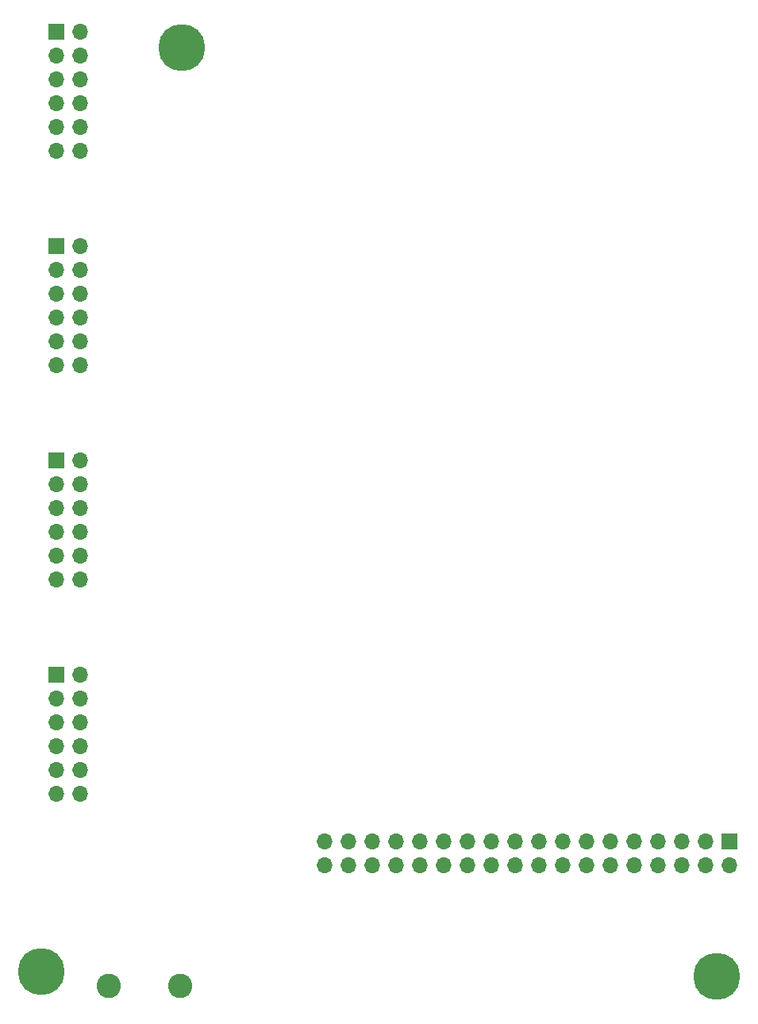
<source format=gbr>
%TF.GenerationSoftware,KiCad,Pcbnew,8.0.3-8.0.3-0~ubuntu20.04.1*%
%TF.CreationDate,2024-07-14T21:33:53+09:00*%
%TF.ProjectId,Gender_A7-100_ArduinoDUE,47656e64-6572-45f4-9137-2d3130305f41,rev?*%
%TF.SameCoordinates,Original*%
%TF.FileFunction,Soldermask,Top*%
%TF.FilePolarity,Negative*%
%FSLAX46Y46*%
G04 Gerber Fmt 4.6, Leading zero omitted, Abs format (unit mm)*
G04 Created by KiCad (PCBNEW 8.0.3-8.0.3-0~ubuntu20.04.1) date 2024-07-14 21:33:53*
%MOMM*%
%LPD*%
G01*
G04 APERTURE LIST*
%ADD10C,2.600000*%
%ADD11C,5.000000*%
%ADD12R,1.700000X1.700000*%
%ADD13O,1.700000X1.700000*%
G04 APERTURE END LIST*
D10*
%TO.C,TP3*%
X107190000Y-152500000D03*
X114810000Y-152500000D03*
%TD*%
D11*
%TO.C,TP4*%
X172000000Y-151500000D03*
%TD*%
%TO.C,TP2*%
X115000000Y-52500000D03*
%TD*%
D12*
%TO.C,JA1*%
X101600000Y-50800000D03*
D13*
X104140000Y-50800000D03*
X101600000Y-53340000D03*
X104140000Y-53340000D03*
X101600000Y-55880000D03*
X104140000Y-55880000D03*
X101600000Y-58420000D03*
X104140000Y-58420000D03*
X101600000Y-60960000D03*
X104140000Y-60960000D03*
X101600000Y-63500000D03*
X104140000Y-63500000D03*
%TD*%
D12*
%TO.C,JC1*%
X101600000Y-96520000D03*
D13*
X104140000Y-96520000D03*
X101600000Y-99060000D03*
X104140000Y-99060000D03*
X101600000Y-101600000D03*
X104140000Y-101600000D03*
X101600000Y-104140000D03*
X104140000Y-104140000D03*
X101600000Y-106680000D03*
X104140000Y-106680000D03*
X101600000Y-109220000D03*
X104140000Y-109220000D03*
%TD*%
D12*
%TO.C,JB1*%
X101600000Y-73660000D03*
D13*
X104140000Y-73660000D03*
X101600000Y-76200000D03*
X104140000Y-76200000D03*
X101600000Y-78740000D03*
X104140000Y-78740000D03*
X101600000Y-81280000D03*
X104140000Y-81280000D03*
X101600000Y-83820000D03*
X104140000Y-83820000D03*
X101600000Y-86360000D03*
X104140000Y-86360000D03*
%TD*%
D11*
%TO.C,TP1*%
X100000000Y-151000000D03*
%TD*%
D12*
%TO.C,JD1*%
X101600000Y-119380000D03*
D13*
X104140000Y-119380000D03*
X101600000Y-121920000D03*
X104140000Y-121920000D03*
X101600000Y-124460000D03*
X104140000Y-124460000D03*
X101600000Y-127000000D03*
X104140000Y-127000000D03*
X101600000Y-129540000D03*
X104140000Y-129540000D03*
X101600000Y-132080000D03*
X104140000Y-132080000D03*
%TD*%
D12*
%TO.C,J1*%
X173355000Y-137160000D03*
D13*
X173355000Y-139700000D03*
X170815000Y-137160000D03*
X170815000Y-139700000D03*
X168275000Y-137160000D03*
X168275000Y-139700000D03*
X165735000Y-137160000D03*
X165735000Y-139700000D03*
X163195000Y-137160000D03*
X163195000Y-139700000D03*
X160655000Y-137160000D03*
X160655000Y-139700000D03*
X158115000Y-137160000D03*
X158115000Y-139700000D03*
X155575000Y-137160000D03*
X155575000Y-139700000D03*
X153035000Y-137160000D03*
X153035000Y-139700000D03*
X150495000Y-137160000D03*
X150495000Y-139700000D03*
X147955000Y-137160000D03*
X147955000Y-139700000D03*
X145415000Y-137160000D03*
X145415000Y-139700000D03*
X142875000Y-137160000D03*
X142875000Y-139700000D03*
X140335000Y-137160000D03*
X140335000Y-139700000D03*
X137795000Y-137160000D03*
X137795000Y-139700000D03*
X135255000Y-137160000D03*
X135255000Y-139700000D03*
X132715000Y-137160000D03*
X132715000Y-139700000D03*
X130175000Y-137160000D03*
X130175000Y-139700000D03*
%TD*%
M02*

</source>
